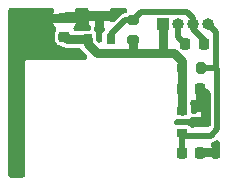
<source format=gtl>
%TF.GenerationSoftware,KiCad,Pcbnew,(6.0.6)*%
%TF.CreationDate,2022-07-17T20:24:10+03:00*%
%TF.ProjectId,EnkooderR,456e6b6f-6f64-4657-9252-2e6b69636164,rev?*%
%TF.SameCoordinates,Original*%
%TF.FileFunction,Copper,L1,Top*%
%TF.FilePolarity,Positive*%
%FSLAX46Y46*%
G04 Gerber Fmt 4.6, Leading zero omitted, Abs format (unit mm)*
G04 Created by KiCad (PCBNEW (6.0.6)) date 2022-07-17 20:24:10*
%MOMM*%
%LPD*%
G01*
G04 APERTURE LIST*
G04 Aperture macros list*
%AMRoundRect*
0 Rectangle with rounded corners*
0 $1 Rounding radius*
0 $2 $3 $4 $5 $6 $7 $8 $9 X,Y pos of 4 corners*
0 Add a 4 corners polygon primitive as box body*
4,1,4,$2,$3,$4,$5,$6,$7,$8,$9,$2,$3,0*
0 Add four circle primitives for the rounded corners*
1,1,$1+$1,$2,$3*
1,1,$1+$1,$4,$5*
1,1,$1+$1,$6,$7*
1,1,$1+$1,$8,$9*
0 Add four rect primitives between the rounded corners*
20,1,$1+$1,$2,$3,$4,$5,0*
20,1,$1+$1,$4,$5,$6,$7,0*
20,1,$1+$1,$6,$7,$8,$9,0*
20,1,$1+$1,$8,$9,$2,$3,0*%
G04 Aperture macros list end*
%TA.AperFunction,SMDPad,CuDef*%
%ADD10RoundRect,0.225000X0.250000X-0.225000X0.250000X0.225000X-0.250000X0.225000X-0.250000X-0.225000X0*%
%TD*%
%TA.AperFunction,SMDPad,CuDef*%
%ADD11RoundRect,0.200000X-0.200000X-0.275000X0.200000X-0.275000X0.200000X0.275000X-0.200000X0.275000X0*%
%TD*%
%TA.AperFunction,SMDPad,CuDef*%
%ADD12RoundRect,0.200000X0.275000X-0.200000X0.275000X0.200000X-0.275000X0.200000X-0.275000X-0.200000X0*%
%TD*%
%TA.AperFunction,SMDPad,CuDef*%
%ADD13R,0.900000X0.800000*%
%TD*%
%TA.AperFunction,SMDPad,CuDef*%
%ADD14R,0.800000X0.900000*%
%TD*%
%TA.AperFunction,SMDPad,CuDef*%
%ADD15RoundRect,0.225000X-0.225000X-0.250000X0.225000X-0.250000X0.225000X0.250000X-0.225000X0.250000X0*%
%TD*%
%TA.AperFunction,SMDPad,CuDef*%
%ADD16RoundRect,0.225000X0.225000X0.250000X-0.225000X0.250000X-0.225000X-0.250000X0.225000X-0.250000X0*%
%TD*%
%TA.AperFunction,ComponentPad*%
%ADD17O,1.000000X1.000000*%
%TD*%
%TA.AperFunction,ComponentPad*%
%ADD18R,1.000000X1.000000*%
%TD*%
%TA.AperFunction,ViaPad*%
%ADD19C,0.800000*%
%TD*%
%TA.AperFunction,Conductor*%
%ADD20C,0.500000*%
%TD*%
%TA.AperFunction,Conductor*%
%ADD21C,0.800000*%
%TD*%
G04 APERTURE END LIST*
D10*
X147040000Y-82765000D03*
X147040000Y-81215000D03*
D11*
X156995000Y-85400000D03*
X158645000Y-85400000D03*
D12*
X152810000Y-81355000D03*
X152810000Y-83005000D03*
D13*
X157000000Y-89050000D03*
X157000000Y-90950000D03*
X159000000Y-90000000D03*
D14*
X149050000Y-83000000D03*
X150950000Y-83000000D03*
X150000000Y-81000000D03*
D15*
X157005000Y-87180000D03*
X158555000Y-87180000D03*
D16*
X157285000Y-83360000D03*
X158835000Y-83360000D03*
D15*
X157015000Y-92580000D03*
X158565000Y-92580000D03*
D17*
X159220000Y-81670000D03*
X157950000Y-81670000D03*
X156680000Y-81670000D03*
D18*
X155410000Y-81670000D03*
D19*
X159660000Y-92580000D03*
X143000000Y-91500000D03*
X143000000Y-89000000D03*
X143000000Y-86500000D03*
X143000000Y-84000000D03*
X145540000Y-84000000D03*
X143000000Y-81500000D03*
X145540000Y-81500000D03*
X148420000Y-81000000D03*
X143000000Y-94000000D03*
X159000000Y-88670000D03*
D20*
X158565000Y-92580000D02*
X159660000Y-92580000D01*
X157000000Y-92565000D02*
X157015000Y-92580000D01*
X157000000Y-90950000D02*
X157000000Y-92565000D01*
D21*
X148420000Y-81000000D02*
X150000000Y-81000000D01*
X159000000Y-88670000D02*
X159000000Y-87625000D01*
X159000000Y-90000000D02*
X159000000Y-88670000D01*
D20*
X156680000Y-81670000D02*
X156680000Y-82755000D01*
D21*
X147040000Y-81215000D02*
X147040000Y-81170000D01*
X147210000Y-81000000D02*
X148420000Y-81000000D01*
X147040000Y-81170000D02*
X147210000Y-81000000D01*
D20*
X156680000Y-82755000D02*
X157285000Y-83360000D01*
D21*
X159000000Y-87625000D02*
X158555000Y-87180000D01*
X157005000Y-89045000D02*
X157000000Y-89050000D01*
X149050000Y-83000000D02*
X149050000Y-83410000D01*
X147275000Y-83000000D02*
X147040000Y-82765000D01*
X157005000Y-87180000D02*
X157005000Y-89045000D01*
X149050000Y-83410000D02*
X149790000Y-84150000D01*
X156330000Y-84150000D02*
X156995000Y-84815000D01*
X152950000Y-84150000D02*
X155630000Y-84150000D01*
X149790000Y-84150000D02*
X152950000Y-84150000D01*
X152810000Y-84010000D02*
X152950000Y-84150000D01*
X156995000Y-85400000D02*
X156995000Y-87170000D01*
X149050000Y-83000000D02*
X147275000Y-83000000D01*
X155410000Y-81670000D02*
X155410000Y-83930000D01*
X155630000Y-84150000D02*
X156330000Y-84150000D01*
X156995000Y-84815000D02*
X156995000Y-85400000D01*
X156995000Y-87170000D02*
X157005000Y-87180000D01*
X155410000Y-83930000D02*
X155630000Y-84150000D01*
X152810000Y-83005000D02*
X152810000Y-84010000D01*
D20*
X157950000Y-81160000D02*
X157440000Y-80650000D01*
X153515000Y-80650000D02*
X152810000Y-81355000D01*
X157950000Y-81670000D02*
X157950000Y-82130000D01*
X157950000Y-81670000D02*
X157950000Y-81160000D01*
X150950000Y-82580000D02*
X152175000Y-81355000D01*
X157950000Y-82130000D02*
X158835000Y-83015000D01*
X158835000Y-83015000D02*
X158835000Y-83360000D01*
X157440000Y-80650000D02*
X153515000Y-80650000D01*
X150950000Y-83000000D02*
X150950000Y-82580000D01*
X152175000Y-81355000D02*
X152810000Y-81355000D01*
X159870000Y-85400000D02*
X159900001Y-85430001D01*
X159900001Y-82350001D02*
X159220000Y-81670000D01*
X158645000Y-85400000D02*
X159870000Y-85400000D01*
X157190000Y-91140000D02*
X157000000Y-90950000D01*
X159900001Y-85430001D02*
X160000000Y-85530000D01*
X159450000Y-91140000D02*
X157190000Y-91140000D01*
X160000000Y-90590000D02*
X159450000Y-91140000D01*
X159900001Y-85430001D02*
X159900001Y-82350001D01*
X160000000Y-85530000D02*
X160000000Y-90590000D01*
%TA.AperFunction,Conductor*%
G36*
X146012613Y-80319454D02*
G01*
X146093395Y-80373430D01*
X146147371Y-80454212D01*
X146166325Y-80549500D01*
X146147371Y-80644788D01*
X146141699Y-80655881D01*
X146142156Y-80656094D01*
X146123900Y-80695242D01*
X146091899Y-80791723D01*
X146089321Y-80812419D01*
X146089775Y-80812677D01*
X146104160Y-80815000D01*
X147971399Y-80815000D01*
X147991857Y-80810931D01*
X147991937Y-80810527D01*
X147989568Y-80795944D01*
X147955586Y-80694088D01*
X147937335Y-80655125D01*
X147914078Y-80560795D01*
X147928691Y-80464745D01*
X147978947Y-80381598D01*
X148057197Y-80324013D01*
X148151527Y-80300756D01*
X148162822Y-80300500D01*
X148851000Y-80300500D01*
X148946288Y-80319454D01*
X149027070Y-80373430D01*
X149081046Y-80454212D01*
X149100000Y-80549500D01*
X149100000Y-80575473D01*
X149104069Y-80595931D01*
X149124527Y-80600000D01*
X150875473Y-80600000D01*
X150895931Y-80595931D01*
X150900000Y-80575473D01*
X150900000Y-80549500D01*
X150918954Y-80454212D01*
X150972930Y-80373430D01*
X151053712Y-80319454D01*
X151149000Y-80300500D01*
X152093106Y-80300500D01*
X152188394Y-80319454D01*
X152269176Y-80373430D01*
X152323152Y-80454212D01*
X152342106Y-80549500D01*
X152323152Y-80644788D01*
X152269176Y-80725570D01*
X152242443Y-80748747D01*
X152231308Y-80757093D01*
X152143693Y-80799074D01*
X152127046Y-80801972D01*
X152122706Y-80801790D01*
X152085983Y-80810404D01*
X152062922Y-80814677D01*
X152056989Y-80815490D01*
X152025568Y-80819794D01*
X152009987Y-80826537D01*
X152001053Y-80829031D01*
X151992392Y-80832356D01*
X151975864Y-80836232D01*
X151960991Y-80844409D01*
X151960987Y-80844410D01*
X151942810Y-80854403D01*
X151921747Y-80864721D01*
X151908327Y-80870529D01*
X151887145Y-80879695D01*
X151873950Y-80890380D01*
X151864385Y-80896172D01*
X151855129Y-80902605D01*
X151843692Y-80908893D01*
X151835578Y-80915897D01*
X151815591Y-80935884D01*
X151796222Y-80953323D01*
X151769930Y-80974614D01*
X151760095Y-80988453D01*
X151750789Y-80998363D01*
X151738123Y-81013351D01*
X151291928Y-81459547D01*
X151211146Y-81513524D01*
X151115858Y-81532478D01*
X151020570Y-81513524D01*
X150939789Y-81459548D01*
X150908821Y-81421813D01*
X150897124Y-81404307D01*
X150875473Y-81400000D01*
X150424527Y-81400000D01*
X150404069Y-81404069D01*
X150400000Y-81424527D01*
X150400000Y-81925473D01*
X150404508Y-81948136D01*
X150421835Y-81974068D01*
X150459014Y-82063828D01*
X150459013Y-82160983D01*
X150421833Y-82250742D01*
X150375982Y-82297197D01*
X150376847Y-82298061D01*
X150297759Y-82377287D01*
X150252494Y-82479673D01*
X150249500Y-82505354D01*
X150249500Y-83017704D01*
X150230546Y-83112992D01*
X150176570Y-83193774D01*
X150095788Y-83247750D01*
X150000500Y-83266704D01*
X149905212Y-83247750D01*
X149824432Y-83193776D01*
X149823428Y-83192772D01*
X149769454Y-83111992D01*
X149750500Y-83016704D01*
X149750500Y-83009172D01*
X149750503Y-83007868D01*
X149750943Y-82923855D01*
X149750969Y-82918895D01*
X149750558Y-82917185D01*
X149750500Y-82916173D01*
X149750500Y-82505354D01*
X149747382Y-82479154D01*
X149701939Y-82376847D01*
X149622713Y-82297759D01*
X149623842Y-82296628D01*
X149576634Y-82248335D01*
X149540478Y-82158159D01*
X149541583Y-82061010D01*
X149578193Y-81974026D01*
X149595492Y-81948136D01*
X149600000Y-81925473D01*
X149600000Y-81424527D01*
X149595931Y-81404069D01*
X149575473Y-81400000D01*
X149124527Y-81400000D01*
X149104069Y-81404069D01*
X149100000Y-81424527D01*
X149100000Y-81490593D01*
X149100727Y-81504028D01*
X149104956Y-81542955D01*
X149112122Y-81573089D01*
X149150691Y-81675973D01*
X149167554Y-81706774D01*
X149232171Y-81792992D01*
X149263609Y-81824430D01*
X149317585Y-81905212D01*
X149336539Y-82000500D01*
X149317585Y-82095788D01*
X149263609Y-82176570D01*
X149182827Y-82230546D01*
X149087539Y-82249500D01*
X148605354Y-82249500D01*
X148598039Y-82250371D01*
X148598031Y-82250371D01*
X148597704Y-82250410D01*
X148597701Y-82250411D01*
X148579154Y-82252618D01*
X148521874Y-82278061D01*
X148420795Y-82299500D01*
X148053129Y-82299500D01*
X147957841Y-82280546D01*
X147877059Y-82226570D01*
X147823083Y-82145788D01*
X147804129Y-82050500D01*
X147823083Y-81955212D01*
X147857720Y-81896175D01*
X147870428Y-81880083D01*
X147943957Y-81760798D01*
X147956100Y-81734758D01*
X147988101Y-81638277D01*
X147990679Y-81617581D01*
X147990225Y-81617323D01*
X147975840Y-81615000D01*
X146108601Y-81615000D01*
X146088143Y-81619069D01*
X146088063Y-81619473D01*
X146090432Y-81634056D01*
X146124415Y-81735916D01*
X146136604Y-81761937D01*
X146210344Y-81881100D01*
X146228190Y-81903616D01*
X146295389Y-81970699D01*
X146349435Y-82051434D01*
X146368472Y-82146705D01*
X146349600Y-82242010D01*
X146337475Y-82266953D01*
X146327872Y-82279605D01*
X146274871Y-82413472D01*
X146264500Y-82499171D01*
X146264501Y-83030828D01*
X146274871Y-83116528D01*
X146280758Y-83131396D01*
X146321623Y-83234613D01*
X146321625Y-83234616D01*
X146327872Y-83250395D01*
X146414922Y-83365078D01*
X146529605Y-83452128D01*
X146545384Y-83458375D01*
X146545387Y-83458377D01*
X146648605Y-83499243D01*
X146663472Y-83505129D01*
X146736611Y-83513980D01*
X146828932Y-83544244D01*
X146849830Y-83557427D01*
X146851850Y-83558847D01*
X146862312Y-83566617D01*
X146909457Y-83603583D01*
X146923141Y-83609762D01*
X146924231Y-83610422D01*
X146926120Y-83611655D01*
X146928120Y-83612642D01*
X146929268Y-83613258D01*
X146941547Y-83621887D01*
X146997376Y-83643654D01*
X147009385Y-83648703D01*
X147050299Y-83667177D01*
X147050307Y-83667179D01*
X147063984Y-83673355D01*
X147078742Y-83676090D01*
X147079963Y-83676473D01*
X147082087Y-83677219D01*
X147084270Y-83677701D01*
X147085530Y-83678024D01*
X147099513Y-83683476D01*
X147148955Y-83689985D01*
X147158916Y-83691296D01*
X147171794Y-83693336D01*
X147212677Y-83700913D01*
X147230692Y-83704252D01*
X147245681Y-83703388D01*
X147245684Y-83703388D01*
X147288606Y-83700913D01*
X147302938Y-83700500D01*
X148267112Y-83700500D01*
X148362400Y-83719454D01*
X148443182Y-83773430D01*
X148464657Y-83797919D01*
X148479085Y-83816722D01*
X148486747Y-83827267D01*
X148512187Y-83864283D01*
X148512190Y-83864286D01*
X148520688Y-83876651D01*
X148531890Y-83886631D01*
X148531892Y-83886634D01*
X148564016Y-83915255D01*
X148574443Y-83925099D01*
X148923774Y-84274431D01*
X148977750Y-84355212D01*
X148996704Y-84450500D01*
X148977750Y-84545789D01*
X148923773Y-84626570D01*
X148842992Y-84680546D01*
X148747704Y-84699500D01*
X144042768Y-84699500D01*
X144029832Y-84695754D01*
X143997306Y-84698571D01*
X143990303Y-84698874D01*
X143983523Y-84699500D01*
X143972052Y-84699500D01*
X143960774Y-84701601D01*
X143949354Y-84702655D01*
X143949351Y-84702622D01*
X143947298Y-84702901D01*
X143941210Y-84703428D01*
X143941203Y-84703430D01*
X143918304Y-84705413D01*
X143904764Y-84712031D01*
X143889947Y-84714791D01*
X143865169Y-84730065D01*
X143843871Y-84741797D01*
X143817731Y-84754575D01*
X143807482Y-84765623D01*
X143794652Y-84773532D01*
X143780739Y-84791828D01*
X143780735Y-84791832D01*
X143777043Y-84796688D01*
X143761390Y-84815310D01*
X143757233Y-84819791D01*
X143757231Y-84819795D01*
X143741599Y-84836646D01*
X143736014Y-84850645D01*
X143726892Y-84862641D01*
X143720497Y-84884724D01*
X143720497Y-84884725D01*
X143718800Y-84890584D01*
X143710901Y-84913591D01*
X143707580Y-84921916D01*
X143700117Y-84940622D01*
X143699500Y-84946915D01*
X143699500Y-84957232D01*
X143695754Y-84970168D01*
X143697738Y-84993075D01*
X143698571Y-85002694D01*
X143699500Y-85024179D01*
X143699500Y-94450500D01*
X143680546Y-94545788D01*
X143626570Y-94626570D01*
X143545788Y-94680546D01*
X143450500Y-94699500D01*
X142549500Y-94699500D01*
X142454212Y-94680546D01*
X142373430Y-94626570D01*
X142319454Y-94545788D01*
X142300500Y-94450500D01*
X142300500Y-80549500D01*
X142319454Y-80454212D01*
X142373430Y-80373430D01*
X142454212Y-80319454D01*
X142549500Y-80300500D01*
X145917325Y-80300500D01*
X146012613Y-80319454D01*
G37*
%TD.AperFunction*%
%TA.AperFunction,Conductor*%
G36*
X160062386Y-91546550D02*
G01*
X160138996Y-91606300D01*
X160186909Y-91690819D01*
X160199500Y-91768997D01*
X160199500Y-92830500D01*
X160180546Y-92925788D01*
X160126570Y-93006570D01*
X160045788Y-93060546D01*
X159950500Y-93079500D01*
X159697223Y-93079500D01*
X159601935Y-93060546D01*
X159521153Y-93006570D01*
X159500971Y-92983717D01*
X159498517Y-92982323D01*
X159484132Y-92980000D01*
X158414000Y-92980000D01*
X158318712Y-92961046D01*
X158237930Y-92907070D01*
X158183954Y-92826288D01*
X158165000Y-92731000D01*
X158165000Y-92429000D01*
X158183954Y-92333712D01*
X158237930Y-92252930D01*
X158318712Y-92198954D01*
X158414000Y-92180000D01*
X159479740Y-92180000D01*
X159500198Y-92175931D01*
X159500278Y-92175526D01*
X159497910Y-92160946D01*
X159455584Y-92034080D01*
X159447334Y-92016468D01*
X159424078Y-91922138D01*
X159438692Y-91826088D01*
X159488949Y-91742942D01*
X159567200Y-91685358D01*
X159591726Y-91676262D01*
X159599432Y-91675206D01*
X159615010Y-91668465D01*
X159623942Y-91665971D01*
X159632609Y-91662644D01*
X159649136Y-91658768D01*
X159664009Y-91650591D01*
X159664013Y-91650590D01*
X159682190Y-91640597D01*
X159703253Y-91630279D01*
X159722270Y-91622049D01*
X159737855Y-91615305D01*
X159751050Y-91604620D01*
X159760615Y-91598828D01*
X159769871Y-91592395D01*
X159781308Y-91586107D01*
X159789422Y-91579103D01*
X159790395Y-91578130D01*
X159801904Y-91570131D01*
X159803089Y-91571836D01*
X159872322Y-91532588D01*
X159968743Y-91520666D01*
X160062386Y-91546550D01*
G37*
%TD.AperFunction*%
%TA.AperFunction,Conductor*%
G36*
X158801288Y-86798954D02*
G01*
X158882070Y-86852930D01*
X158936046Y-86933712D01*
X158955000Y-87029000D01*
X158955000Y-88111399D01*
X158959069Y-88131857D01*
X158959473Y-88131937D01*
X158974056Y-88129568D01*
X159075913Y-88095586D01*
X159094877Y-88086703D01*
X159189208Y-88063447D01*
X159285258Y-88078060D01*
X159368404Y-88128318D01*
X159425988Y-88206568D01*
X159449244Y-88300899D01*
X159449500Y-88312191D01*
X159449500Y-88958996D01*
X159430546Y-89054284D01*
X159407537Y-89097332D01*
X159404508Y-89101866D01*
X159400000Y-89124527D01*
X159400000Y-90151000D01*
X159381046Y-90246288D01*
X159327070Y-90327070D01*
X159246288Y-90381046D01*
X159151000Y-90400000D01*
X158074527Y-90400000D01*
X158051864Y-90404508D01*
X158025932Y-90421835D01*
X157936172Y-90459014D01*
X157839017Y-90459013D01*
X157749258Y-90421833D01*
X157702803Y-90375982D01*
X157701939Y-90376847D01*
X157638981Y-90313999D01*
X157622713Y-90297759D01*
X157520327Y-90252494D01*
X157494646Y-90249500D01*
X157069628Y-90249500D01*
X157029991Y-90241616D01*
X156981842Y-90249500D01*
X156549500Y-90249500D01*
X156454212Y-90230546D01*
X156373430Y-90176570D01*
X156319454Y-90095788D01*
X156300500Y-90000500D01*
X156300500Y-89999500D01*
X156319454Y-89904212D01*
X156373430Y-89823430D01*
X156454212Y-89769454D01*
X156549500Y-89750500D01*
X156967174Y-89750500D01*
X156984110Y-89751077D01*
X156998778Y-89752077D01*
X157024626Y-89759075D01*
X157037203Y-89756230D01*
X157036932Y-89754678D01*
X157039625Y-89754208D01*
X157050176Y-89753294D01*
X157056598Y-89751841D01*
X157066712Y-89751311D01*
X157066741Y-89751859D01*
X157082435Y-89750500D01*
X157494646Y-89750500D01*
X157501961Y-89749629D01*
X157501969Y-89749629D01*
X157502296Y-89749590D01*
X157502299Y-89749589D01*
X157520846Y-89747382D01*
X157623153Y-89701939D01*
X157702241Y-89622713D01*
X157703372Y-89623842D01*
X157751665Y-89576634D01*
X157841841Y-89540478D01*
X157938990Y-89541583D01*
X158025974Y-89578193D01*
X158051864Y-89595492D01*
X158074527Y-89600000D01*
X158575473Y-89600000D01*
X158595931Y-89595931D01*
X158600000Y-89575473D01*
X158600000Y-89124527D01*
X158595931Y-89104069D01*
X158575473Y-89100000D01*
X158509407Y-89100000D01*
X158495972Y-89100727D01*
X158457045Y-89104956D01*
X158426911Y-89112122D01*
X158324027Y-89150691D01*
X158293226Y-89167554D01*
X158207008Y-89232171D01*
X158175570Y-89263609D01*
X158094788Y-89317585D01*
X157999500Y-89336539D01*
X157904212Y-89317585D01*
X157823430Y-89263609D01*
X157769454Y-89182827D01*
X157750500Y-89087539D01*
X157750500Y-88605354D01*
X157747382Y-88579154D01*
X157739798Y-88562079D01*
X157726939Y-88533129D01*
X157705500Y-88432051D01*
X157705500Y-88331659D01*
X157724454Y-88236371D01*
X157778430Y-88155589D01*
X157859212Y-88101613D01*
X157954500Y-88082659D01*
X158032891Y-88095320D01*
X158131723Y-88128101D01*
X158152419Y-88130679D01*
X158152677Y-88130225D01*
X158155000Y-88115840D01*
X158155000Y-87029000D01*
X158173954Y-86933712D01*
X158227930Y-86852930D01*
X158308712Y-86798954D01*
X158404000Y-86780000D01*
X158706000Y-86780000D01*
X158801288Y-86798954D01*
G37*
%TD.AperFunction*%
M02*

</source>
